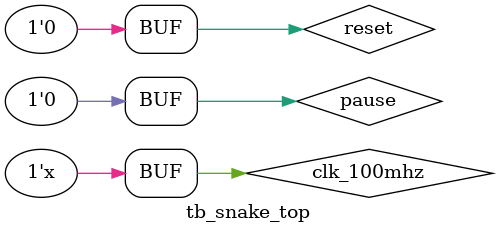
<source format=v>
`timescale 1ns / 1ns

module tb_snake_top();

  reg clk_100mhz, reset, pause;
  
  snake_top dut(
    .CLK100MHZ(clk_100mhz),
    .SW({pause, reset})    
  );
  
  always #5 clk_100mhz = ~clk_100mhz;
  
  initial begin
    clk_100mhz = 0;
    reset = 1;
    pause = 0;
    #1500
    
    reset = 0;
  end
endmodule

</source>
